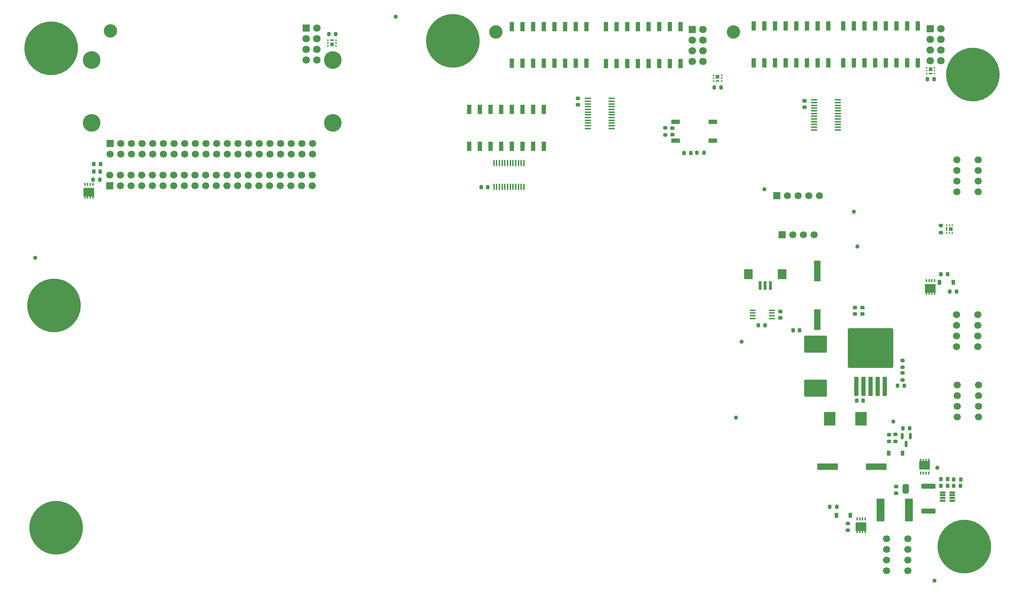
<source format=gbr>
%TF.GenerationSoftware,KiCad,Pcbnew,9.0.2*%
%TF.CreationDate,2025-12-29T01:29:32-05:00*%
%TF.ProjectId,Mothbox_5.0.4,4d6f7468-626f-4785-9f35-2e302e342e6b,5.0.4*%
%TF.SameCoordinates,Original*%
%TF.FileFunction,Soldermask,Bot*%
%TF.FilePolarity,Negative*%
%FSLAX46Y46*%
G04 Gerber Fmt 4.6, Leading zero omitted, Abs format (unit mm)*
G04 Created by KiCad (PCBNEW 9.0.2) date 2025-12-29 01:29:32*
%MOMM*%
%LPD*%
G01*
G04 APERTURE LIST*
G04 Aperture macros list*
%AMRoundRect*
0 Rectangle with rounded corners*
0 $1 Rounding radius*
0 $2 $3 $4 $5 $6 $7 $8 $9 X,Y pos of 4 corners*
0 Add a 4 corners polygon primitive as box body*
4,1,4,$2,$3,$4,$5,$6,$7,$8,$9,$2,$3,0*
0 Add four circle primitives for the rounded corners*
1,1,$1+$1,$2,$3*
1,1,$1+$1,$4,$5*
1,1,$1+$1,$6,$7*
1,1,$1+$1,$8,$9*
0 Add four rect primitives between the rounded corners*
20,1,$1+$1,$2,$3,$4,$5,0*
20,1,$1+$1,$4,$5,$6,$7,0*
20,1,$1+$1,$6,$7,$8,$9,0*
20,1,$1+$1,$8,$9,$2,$3,0*%
%AMFreePoly0*
4,1,23,0.500000,-0.750000,0.000000,-0.750000,0.000000,-0.745722,-0.065263,-0.745722,-0.191342,-0.711940,-0.304381,-0.646677,-0.396677,-0.554381,-0.461940,-0.441342,-0.495722,-0.315263,-0.495722,-0.250000,-0.500000,-0.250000,-0.500000,0.250000,-0.495722,0.250000,-0.495722,0.315263,-0.461940,0.441342,-0.396677,0.554381,-0.304381,0.646677,-0.191342,0.711940,-0.065263,0.745722,0.000000,0.745722,
0.000000,0.750000,0.500000,0.750000,0.500000,-0.750000,0.500000,-0.750000,$1*%
%AMFreePoly1*
4,1,23,0.000000,0.745722,0.065263,0.745722,0.191342,0.711940,0.304381,0.646677,0.396677,0.554381,0.461940,0.441342,0.495722,0.315263,0.495722,0.250000,0.500000,0.250000,0.500000,-0.250000,0.495722,-0.250000,0.495722,-0.315263,0.461940,-0.441342,0.396677,-0.554381,0.304381,-0.646677,0.191342,-0.711940,0.065263,-0.745722,0.000000,-0.745722,0.000000,-0.750000,-0.500000,-0.750000,
-0.500000,0.750000,0.000000,0.750000,0.000000,0.745722,0.000000,0.745722,$1*%
G04 Aperture macros list end*
%ADD10RoundRect,0.225000X0.225000X0.375000X-0.225000X0.375000X-0.225000X-0.375000X0.225000X-0.375000X0*%
%ADD11C,3.200000*%
%ADD12C,1.000000*%
%ADD13C,12.800000*%
%ADD14R,1.700000X1.700000*%
%ADD15C,1.700000*%
%ADD16R,1.800000X1.780000*%
%ADD17C,1.800000*%
%ADD18RoundRect,0.225000X0.225000X0.250000X-0.225000X0.250000X-0.225000X-0.250000X0.225000X-0.250000X0*%
%ADD19RoundRect,0.225000X-0.225000X-0.250000X0.225000X-0.250000X0.225000X0.250000X-0.225000X0.250000X0*%
%ADD20RoundRect,0.200000X-0.200000X-0.275000X0.200000X-0.275000X0.200000X0.275000X-0.200000X0.275000X0*%
%ADD21RoundRect,0.225000X0.250000X-0.225000X0.250000X0.225000X-0.250000X0.225000X-0.250000X-0.225000X0*%
%ADD22R,0.450000X0.400000*%
%ADD23R,0.910000X0.400000*%
%ADD24R,0.910000X0.810000*%
%ADD25R,1.100000X2.200000*%
%ADD26RoundRect,0.218750X-0.218750X-0.256250X0.218750X-0.256250X0.218750X0.256250X-0.218750X0.256250X0*%
%ADD27R,1.600000X5.000000*%
%ADD28RoundRect,0.200000X0.275000X-0.200000X0.275000X0.200000X-0.275000X0.200000X-0.275000X-0.200000X0*%
%ADD29RoundRect,0.200000X-0.275000X0.200000X-0.275000X-0.200000X0.275000X-0.200000X0.275000X0.200000X0*%
%ADD30RoundRect,0.100000X0.637500X0.100000X-0.637500X0.100000X-0.637500X-0.100000X0.637500X-0.100000X0*%
%ADD31FreePoly0,90.000000*%
%ADD32FreePoly1,90.000000*%
%ADD33RoundRect,0.225000X-0.250000X0.225000X-0.250000X-0.225000X0.250000X-0.225000X0.250000X0.225000X0*%
%ADD34RoundRect,0.125000X-0.537500X-0.125000X0.537500X-0.125000X0.537500X0.125000X-0.537500X0.125000X0*%
%ADD35R,0.700000X2.000000*%
%ADD36R,2.000000X2.400000*%
%ADD37R,2.080000X0.980000*%
%ADD38RoundRect,0.200000X0.200000X0.275000X-0.200000X0.275000X-0.200000X-0.275000X0.200000X-0.275000X0*%
%ADD39R,0.400000X0.750000*%
%ADD40R,0.400000X0.800000*%
%ADD41R,2.600000X2.000000*%
%ADD42RoundRect,0.250000X-1.425000X0.362500X-1.425000X-0.362500X1.425000X-0.362500X1.425000X0.362500X0*%
%ADD43RoundRect,0.250000X0.300000X-2.050000X0.300000X2.050000X-0.300000X2.050000X-0.300000X-2.050000X0*%
%ADD44RoundRect,0.250002X5.149998X-4.449998X5.149998X4.449998X-5.149998X4.449998X-5.149998X-4.449998X0*%
%ADD45C,4.204000*%
%ADD46RoundRect,0.100000X-0.100000X0.637500X-0.100000X-0.637500X0.100000X-0.637500X0.100000X0.637500X0*%
%ADD47RoundRect,0.250000X2.500000X-1.750000X2.500000X1.750000X-2.500000X1.750000X-2.500000X-1.750000X0*%
%ADD48R,5.000000X1.600000*%
%ADD49RoundRect,0.250000X-0.712500X-2.475000X0.712500X-2.475000X0.712500X2.475000X-0.712500X2.475000X0*%
%ADD50R,2.700000X3.300000*%
%ADD51R,0.400000X0.450000*%
%ADD52R,0.400000X0.910000*%
%ADD53R,0.810000X0.910000*%
%ADD54RoundRect,0.150000X-0.150000X0.587500X-0.150000X-0.587500X0.150000X-0.587500X0.150000X0.587500X0*%
%ADD55R,1.400000X0.410000*%
%ADD56RoundRect,0.225000X-0.225000X-0.375000X0.225000X-0.375000X0.225000X0.375000X-0.225000X0.375000X0*%
G04 APERTURE END LIST*
%TO.C,JP1*%
G36*
X140510000Y-32955671D02*
G01*
X139010000Y-32955671D01*
X139010000Y-32655671D01*
X140510000Y-32655671D01*
X140510000Y-32955671D01*
G37*
%TD*%
D10*
%TO.C,D1*%
X126550000Y-39125671D03*
X123250000Y-39125671D03*
%TD*%
%TO.C,D4*%
X151057500Y16414329D03*
X147757500Y16414329D03*
%TD*%
D11*
%TO.C,H11*%
X98664815Y76137849D03*
%TD*%
D12*
%TO.C,TP9*%
X-67749331Y22291322D03*
%TD*%
D13*
%TO.C,H3*%
X31810000Y73964329D03*
%TD*%
D11*
%TO.C,H12*%
X42027061Y76094408D03*
%TD*%
%TO.C,H13*%
X-49776601Y76398843D03*
%TD*%
D12*
%TO.C,TP4*%
X106088922Y38593494D03*
%TD*%
%TO.C,TP7*%
X100644448Y2305791D03*
%TD*%
D13*
%TO.C,H6*%
X-62785185Y-42062151D03*
%TD*%
D14*
%TO.C,U5*%
X-50012001Y39448894D03*
D15*
X-50012001Y41988894D03*
X-47472001Y39448894D03*
X-47472001Y41988894D03*
X-44932002Y39448894D03*
X-44932001Y41988894D03*
X-42392001Y39448894D03*
X-42392001Y41988894D03*
X-39852001Y39448894D03*
X-39852001Y41988894D03*
X-37312001Y39448894D03*
X-37312001Y41988894D03*
X-34772001Y39448894D03*
X-34772001Y41988894D03*
X-32232000Y39448894D03*
X-32232001Y41988894D03*
X-29692001Y39448894D03*
X-29692001Y41988894D03*
X-27152001Y39448894D03*
X-27152001Y41988894D03*
X-24612001Y39448894D03*
X-24612001Y41988894D03*
X-22072002Y39448894D03*
X-22072001Y41988894D03*
X-19532001Y39448894D03*
X-19532001Y41988894D03*
X-16992001Y39448894D03*
X-16992001Y41988894D03*
X-14452001Y39448894D03*
X-14452001Y41988894D03*
X-11912002Y39448894D03*
X-11912001Y41988894D03*
X-9372000Y39448894D03*
X-9372001Y41988894D03*
X-6832001Y39448894D03*
X-6832001Y41988894D03*
X-4292001Y39448894D03*
X-4292001Y41988894D03*
X-1752001Y39448894D03*
X-1752001Y41988894D03*
%TD*%
D16*
%TO.C,H10*%
X88827556Y76664779D03*
D17*
X91367556Y76664779D03*
X88827556Y74124779D03*
X91367556Y74124779D03*
X88827556Y71584779D03*
X91367556Y71584779D03*
X88827556Y69044779D03*
X91367556Y69044779D03*
%TD*%
D12*
%TO.C,TP6*%
X128267838Y24986014D03*
%TD*%
D13*
%TO.C,H7*%
X153714815Y-46562151D03*
%TD*%
D12*
%TO.C,TP3*%
X127364815Y33237849D03*
%TD*%
D13*
%TO.C,H4*%
X-63935185Y72187849D03*
%TD*%
D12*
%TO.C,TP2*%
X147247758Y-27774716D03*
%TD*%
D13*
%TO.C,H5*%
X-63300000Y10884329D03*
%TD*%
D12*
%TO.C,TP8*%
X18208170Y79732148D03*
%TD*%
D16*
%TO.C,H9*%
X-3153838Y77032342D03*
D17*
X-613838Y77032342D03*
X-3153838Y74492342D03*
X-613838Y74492342D03*
X-3153838Y71952342D03*
X-613838Y71952342D03*
X-3153838Y69412342D03*
X-613838Y69412342D03*
%TD*%
D16*
%TO.C,H8*%
X145620519Y76898184D03*
D17*
X148160519Y76898184D03*
X145620519Y74358184D03*
X148160519Y74358184D03*
X145620519Y71818184D03*
X148160519Y71818184D03*
X145620519Y69278184D03*
X148160519Y69278184D03*
%TD*%
D13*
%TO.C,H2*%
X155714815Y65937849D03*
%TD*%
D12*
%TO.C,TP10*%
X146615789Y-54705402D03*
%TD*%
%TO.C,TP5*%
X136756166Y-16792685D03*
%TD*%
D18*
%TO.C,C17*%
X-52225000Y44584329D03*
X-53775000Y44584329D03*
%TD*%
D19*
%TO.C,C3*%
X128072303Y-11798759D03*
X129622303Y-11798759D03*
%TD*%
D20*
%TO.C,R38*%
X121675000Y-37065671D03*
X123325000Y-37065671D03*
%TD*%
D15*
%TO.C,J4*%
X157061743Y45616086D03*
X151981743Y45616086D03*
X157061743Y43076086D03*
X151981743Y43076086D03*
X157061743Y40536086D03*
X151981743Y40536086D03*
X157061743Y37996086D03*
X151981743Y37996086D03*
%TD*%
D21*
%TO.C,C7*%
X61592858Y58742782D03*
X61592858Y60292782D03*
%TD*%
D22*
%TO.C,Q5*%
X146650160Y67549356D03*
X146650160Y66889357D03*
X146650160Y66239356D03*
X144750160Y66239356D03*
X144750160Y66889357D03*
X144750160Y67549356D03*
D23*
X145700160Y66189355D03*
D24*
X145700160Y67219355D03*
%TD*%
D25*
%TO.C,U10*%
X68335084Y77364867D03*
X70875084Y77364867D03*
X73415084Y77364867D03*
X75955084Y77364867D03*
X78495084Y77364867D03*
X81035084Y77364867D03*
X83575084Y77364867D03*
X86115084Y77364867D03*
X86115084Y68564867D03*
X83575084Y68564867D03*
X81035084Y68564867D03*
X78495084Y68564867D03*
X75955084Y68564867D03*
X73415084Y68564867D03*
X70875084Y68564867D03*
X68335084Y68564867D03*
%TD*%
D26*
%TO.C,D3*%
X86963088Y47278041D03*
X88538090Y47278041D03*
%TD*%
D19*
%TO.C,C8*%
X148151600Y-30527067D03*
X149701600Y-30527067D03*
%TD*%
D27*
%TO.C,C16*%
X118675583Y7498297D03*
X118675583Y19098297D03*
%TD*%
D20*
%TO.C,R1*%
X139062677Y-18372672D03*
X140712677Y-18372672D03*
%TD*%
D14*
%TO.C,U7*%
X-49915185Y49490349D03*
D15*
X-49915185Y46950349D03*
X-47375185Y49490349D03*
X-47375185Y46950349D03*
X-44835185Y49490349D03*
X-44835185Y46950349D03*
X-42295185Y49490349D03*
X-42295185Y46950349D03*
X-39755185Y49490349D03*
X-39755185Y46950349D03*
X-37215185Y49490349D03*
X-37215185Y46950349D03*
X-34675185Y49490349D03*
X-34675185Y46950349D03*
X-32135185Y49490349D03*
X-32135185Y46950349D03*
X-29595185Y49490349D03*
X-29595185Y46950349D03*
X-27055185Y49490349D03*
X-27055185Y46950349D03*
X-24515185Y49490349D03*
X-24515185Y46950349D03*
X-21975185Y49490349D03*
X-21975185Y46950349D03*
X-19435185Y49490349D03*
X-19435185Y46950349D03*
X-16895185Y49490349D03*
X-16895185Y46950349D03*
X-14355185Y49490349D03*
X-14355185Y46950349D03*
X-11815185Y49490349D03*
X-11815185Y46950349D03*
X-9275185Y49490349D03*
X-9275185Y46950349D03*
X-6735185Y49490349D03*
X-6735185Y46950349D03*
X-4195185Y49490349D03*
X-4195185Y46950349D03*
X-1655185Y49490349D03*
X-1655185Y46950349D03*
%TD*%
D25*
%TO.C,U11*%
X45829011Y77420614D03*
X48369011Y77420614D03*
X50909011Y77420614D03*
X53449011Y77420614D03*
X55989011Y77420614D03*
X58529011Y77420614D03*
X61069011Y77420614D03*
X63609011Y77420614D03*
X63609011Y68620614D03*
X61069011Y68620614D03*
X58529011Y68620614D03*
X55989011Y68620614D03*
X53449011Y68620614D03*
X50909011Y68620614D03*
X48369011Y68620614D03*
X45829011Y68620614D03*
%TD*%
D18*
%TO.C,C5*%
X114427649Y5011284D03*
X112877649Y5011284D03*
%TD*%
D28*
%TO.C,R30*%
X137310970Y-21503359D03*
X137310970Y-19853359D03*
%TD*%
D15*
%TO.C,J3*%
X157079878Y-8069029D03*
X151999878Y-8069029D03*
X157079878Y-10609029D03*
X151999878Y-10609029D03*
X157079878Y-13149029D03*
X151999878Y-13149029D03*
X157079878Y-15689029D03*
X151999878Y-15689029D03*
%TD*%
D29*
%TO.C,R3*%
X138996943Y-5185970D03*
X138996943Y-6835970D03*
%TD*%
D18*
%TO.C,C18*%
X-52231879Y42850432D03*
X-53781879Y42850432D03*
%TD*%
D30*
%TO.C,U9*%
X123602659Y59922277D03*
X123602659Y59272277D03*
X123602659Y58622277D03*
X123602659Y57972277D03*
X123602659Y57322277D03*
X123602659Y56672277D03*
X123602659Y56022277D03*
X123602659Y55372277D03*
X123602659Y54722277D03*
X123602659Y54072277D03*
X123602659Y53422277D03*
X123602659Y52772277D03*
X117877659Y52772277D03*
X117877659Y53422277D03*
X117877659Y54072277D03*
X117877659Y54722277D03*
X117877659Y55372277D03*
X117877659Y56022277D03*
X117877659Y56672277D03*
X117877659Y57322277D03*
X117877659Y57972277D03*
X117877659Y58622277D03*
X117877659Y59272277D03*
X117877659Y59922277D03*
%TD*%
D31*
%TO.C,JP1*%
X139760000Y-33455671D03*
D32*
X139760000Y-32155671D03*
%TD*%
D33*
%TO.C,C15*%
X84116199Y53173938D03*
X84116199Y51623938D03*
%TD*%
D34*
%TO.C,U3*%
X148564100Y-35631444D03*
X148564100Y-34981444D03*
X148564100Y-34331444D03*
X148564100Y-33681444D03*
X150839100Y-33681444D03*
X150839100Y-34331444D03*
X150839100Y-34981444D03*
X150839100Y-35631444D03*
%TD*%
D33*
%TO.C,C4*%
X109824516Y9487413D03*
X109824516Y7937413D03*
%TD*%
D35*
%TO.C,J5*%
X105000000Y15634329D03*
X106250000Y15634329D03*
X107500000Y15634329D03*
D36*
X110250000Y18334329D03*
X102250000Y18334329D03*
%TD*%
D25*
%TO.C,U13*%
X124864222Y77531424D03*
X127404222Y77531424D03*
X129944222Y77531424D03*
X132484222Y77531424D03*
X135024222Y77531424D03*
X137564222Y77531424D03*
X140104222Y77531424D03*
X142644222Y77531424D03*
X142644222Y68731424D03*
X140104222Y68731424D03*
X137564222Y68731424D03*
X135024222Y68731424D03*
X132484222Y68731424D03*
X129944222Y68731424D03*
X127404222Y68731424D03*
X124864222Y68731424D03*
%TD*%
D22*
%TO.C,Q6*%
X2031790Y72839962D03*
X2031790Y73499961D03*
X2031790Y74149962D03*
X3931790Y74149962D03*
X3931790Y73499961D03*
X3931790Y72839962D03*
D23*
X2981790Y74199963D03*
D24*
X2981790Y73169963D03*
%TD*%
D37*
%TO.C,SW2*%
X93790000Y54684329D03*
X84910000Y54684329D03*
X93790000Y50184329D03*
X84910000Y50184329D03*
%TD*%
D38*
%TO.C,R34*%
X91625000Y47284329D03*
X89975000Y47284329D03*
%TD*%
D14*
%TO.C,U8*%
X109003998Y37067769D03*
D15*
X111543998Y37067769D03*
X114083998Y37067769D03*
X116623998Y37067769D03*
X119163998Y37067769D03*
%TD*%
D25*
%TO.C,U12*%
X35674815Y57637849D03*
X38214815Y57637849D03*
X40754815Y57637849D03*
X43294815Y57637849D03*
X45834815Y57637849D03*
X48374815Y57637849D03*
X50914815Y57637849D03*
X53454815Y57637849D03*
X53454815Y48837849D03*
X50914815Y48837849D03*
X48374815Y48837849D03*
X45834815Y48837849D03*
X43294815Y48837849D03*
X40754815Y48837849D03*
X38214815Y48837849D03*
X35674815Y48837849D03*
%TD*%
D38*
%TO.C,R6*%
X152863364Y-30549371D03*
X151213364Y-30549371D03*
%TD*%
D19*
%TO.C,C6*%
X148167608Y-32121272D03*
X149717608Y-32121272D03*
%TD*%
%TO.C,C12*%
X38539815Y39137849D03*
X40089815Y39137849D03*
%TD*%
D28*
%TO.C,R19*%
X148166558Y28300931D03*
X148166558Y29950931D03*
%TD*%
D20*
%TO.C,R31*%
X2217301Y75591151D03*
X3867301Y75591151D03*
%TD*%
D33*
%TO.C,C2*%
X137480000Y-32300671D03*
X137480000Y-33850671D03*
%TD*%
D15*
%TO.C,J2*%
X140302098Y-44704396D03*
X135222098Y-44704396D03*
X140302098Y-47244396D03*
X135222098Y-47244396D03*
X140302098Y-49784396D03*
X135222098Y-49784396D03*
X140302098Y-52324396D03*
X135222098Y-52324396D03*
%TD*%
D39*
%TO.C,Q10*%
X144643937Y16869101D03*
X145303937Y16869101D03*
X145953937Y16869101D03*
X146603937Y16869101D03*
D40*
X146603937Y13809101D03*
X145953937Y13809101D03*
X145303937Y13809101D03*
X144643937Y13809101D03*
D41*
X145623937Y15009101D03*
%TD*%
D38*
%TO.C,R5*%
X152828173Y-32133002D03*
X151178173Y-32133002D03*
%TD*%
D42*
%TO.C,R4*%
X145201600Y-32193944D03*
X145201600Y-38118944D03*
%TD*%
D43*
%TO.C,U2*%
X134783638Y-8393245D03*
X133083638Y-8393244D03*
X131383638Y-8393245D03*
D44*
X131383638Y756755D03*
D43*
X129683638Y-8393244D03*
X127983638Y-8393245D03*
%TD*%
D39*
%TO.C,Q1*%
X128136835Y-39932735D03*
X128796835Y-39932735D03*
X129446835Y-39932735D03*
X130096835Y-39932735D03*
D40*
X130096835Y-42992735D03*
X129446835Y-42992735D03*
X128796835Y-42992735D03*
X128136835Y-42992735D03*
D41*
X129116835Y-41792735D03*
%TD*%
D25*
%TO.C,U14*%
X103506146Y77511845D03*
X106046146Y77511845D03*
X108586146Y77511845D03*
X111126146Y77511845D03*
X113666146Y77511845D03*
X116206146Y77511845D03*
X118746146Y77511845D03*
X121286146Y77511845D03*
X121286146Y68711845D03*
X118746146Y68711845D03*
X116206146Y68711845D03*
X113666146Y68711845D03*
X111126146Y68711845D03*
X108586146Y68711845D03*
X106046146Y68711845D03*
X103506146Y68711845D03*
%TD*%
D21*
%TO.C,C9*%
X115615709Y58140257D03*
X115615709Y59690257D03*
%TD*%
D28*
%TO.C,R35*%
X82462843Y51573397D03*
X82462843Y53223397D03*
%TD*%
D45*
%TO.C,U6*%
X-54285185Y54437849D03*
X3214815Y54437849D03*
X-54285185Y69437849D03*
X3214815Y69437849D03*
%TD*%
D20*
%TO.C,R39*%
X150225000Y14244329D03*
X151875000Y14244329D03*
%TD*%
D38*
%TO.C,R21*%
X95757594Y62938269D03*
X94107594Y62938269D03*
%TD*%
D15*
%TO.C,J1*%
X156914327Y8694689D03*
X151834327Y8694689D03*
X156914327Y6154689D03*
X151834327Y6154689D03*
X156914327Y3614689D03*
X151834327Y3614689D03*
X156914327Y1074689D03*
X151834327Y1074689D03*
%TD*%
D29*
%TO.C,R41*%
X135787421Y-19875281D03*
X135787421Y-21525281D03*
%TD*%
D21*
%TO.C,C10*%
X129413334Y8862282D03*
X129413334Y10412282D03*
%TD*%
D46*
%TO.C,U16*%
X41586203Y44900349D03*
X42236203Y44900349D03*
X42886203Y44900349D03*
X43536203Y44900349D03*
X44186203Y44900349D03*
X44836203Y44900349D03*
X45486203Y44900349D03*
X46136203Y44900349D03*
X46786203Y44900349D03*
X47436203Y44900349D03*
X48086203Y44900349D03*
X48736203Y44900349D03*
X48736203Y39175349D03*
X48086203Y39175349D03*
X47436203Y39175349D03*
X46786203Y39175349D03*
X46136203Y39175349D03*
X45486203Y39175349D03*
X44836203Y39175349D03*
X44186203Y39175349D03*
X43536203Y39175349D03*
X42886203Y39175349D03*
X42236203Y39175349D03*
X41586203Y39175349D03*
%TD*%
D47*
%TO.C,L1*%
X118214815Y-8812151D03*
X118214815Y1687849D03*
%TD*%
D30*
%TO.C,U15*%
X69659215Y60249367D03*
X69659215Y59599367D03*
X69659215Y58949367D03*
X69659215Y58299367D03*
X69659215Y57649367D03*
X69659215Y56999367D03*
X69659215Y56349367D03*
X69659215Y55699367D03*
X69659215Y55049367D03*
X69659215Y54399367D03*
X69659215Y53749367D03*
X69659215Y53099367D03*
X63934215Y53099367D03*
X63934215Y53749367D03*
X63934215Y54399367D03*
X63934215Y55049367D03*
X63934215Y55699367D03*
X63934215Y56349367D03*
X63934215Y56999367D03*
X63934215Y57649367D03*
X63934215Y58299367D03*
X63934215Y58949367D03*
X63934215Y59599367D03*
X63934215Y60249367D03*
%TD*%
D48*
%TO.C,C14*%
X132684092Y-27527159D03*
X121084092Y-27527159D03*
%TD*%
D14*
%TO.C,H1*%
X110274815Y27787849D03*
D15*
X112814815Y27787849D03*
X115354814Y27787849D03*
X117894815Y27787849D03*
%TD*%
D38*
%TO.C,R36*%
X-52335000Y40854329D03*
X-53985000Y40854329D03*
%TD*%
D12*
%TO.C,TP1*%
X99243003Y-15812151D03*
%TD*%
D38*
%TO.C,R32*%
X139434478Y-8259677D03*
X137784478Y-8259677D03*
%TD*%
D49*
%TO.C,F2*%
X133732786Y-37887455D03*
X140507786Y-37887455D03*
%TD*%
D39*
%TO.C,Q13*%
X-55945000Y39793136D03*
X-55285000Y39793136D03*
X-54635000Y39793136D03*
X-53985000Y39793136D03*
D40*
X-53985000Y36733136D03*
X-54635000Y36733136D03*
X-55285000Y36733136D03*
X-55945000Y36733136D03*
D41*
X-54965000Y37933136D03*
%TD*%
D20*
%TO.C,R42*%
X148125000Y18374329D03*
X149775000Y18374329D03*
%TD*%
D50*
%TO.C,E1*%
X121674815Y-16112151D03*
X129054815Y-16112151D03*
%TD*%
D29*
%TO.C,R2*%
X139001715Y-2175686D03*
X139001715Y-3825686D03*
%TD*%
D51*
%TO.C,Q4*%
X150826119Y28151191D03*
X150166120Y28151191D03*
X149516119Y28151191D03*
X149516119Y30051191D03*
X150166120Y30051191D03*
X150826119Y30051191D03*
D52*
X149466118Y29101191D03*
D53*
X150496118Y29101191D03*
%TD*%
D38*
%TO.C,R33*%
X106265345Y6213720D03*
X104615345Y6213720D03*
%TD*%
%TO.C,R27*%
X146541652Y64860581D03*
X144891652Y64860581D03*
%TD*%
D29*
%TO.C,R29*%
X125927272Y-41053014D03*
X125927272Y-42703014D03*
%TD*%
D21*
%TO.C,C11*%
X127677335Y8848051D03*
X127677335Y10398051D03*
%TD*%
D39*
%TO.C,Q8*%
X145242502Y-29022569D03*
X144582502Y-29022569D03*
X143932502Y-29022569D03*
X143282502Y-29022569D03*
D40*
X143282502Y-25962569D03*
X143932502Y-25962569D03*
X144582502Y-25962569D03*
X145242502Y-25962569D03*
D41*
X144262502Y-27162569D03*
%TD*%
D54*
%TO.C,Q2*%
X138912511Y-20237129D03*
X140812511Y-20237129D03*
X139862511Y-22112130D03*
%TD*%
D55*
%TO.C,U17*%
X103224474Y7792982D03*
X103224474Y8442982D03*
X103224474Y9102982D03*
X103224474Y9752982D03*
X107824474Y9752982D03*
X107824474Y9102982D03*
X107824474Y8442982D03*
X107824474Y7792982D03*
%TD*%
D22*
%TO.C,Q9*%
X95870772Y65752034D03*
X95870772Y65092035D03*
X95870772Y64442034D03*
X93970772Y64442034D03*
X93970772Y65092035D03*
X93970772Y65752034D03*
D23*
X94920772Y64392033D03*
D24*
X94920772Y65422033D03*
%TD*%
D56*
%TO.C,D2*%
X139020000Y-24335671D03*
X135720000Y-24335671D03*
%TD*%
M02*

</source>
